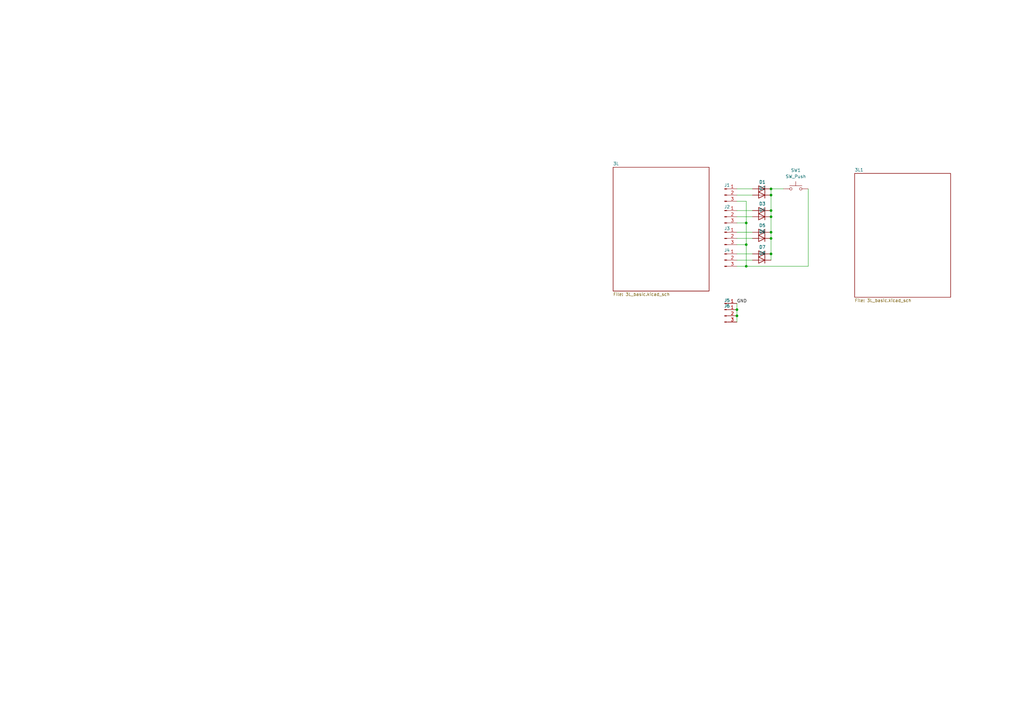
<source format=kicad_sch>
(kicad_sch (version 20250114) (generator "eeschema") (generator_version "9.0")
  (paper "A3")
  (lib_symbols
    (symbol "Connector:Conn_01x01_Pin" (pin_names (offset 1.016) (hide yes))
      (property "Reference" "J" (at 0 2.54 0))
      (property "Value" "Conn_01x01_Pin" (at 0 -2.54 0))
      (symbol "Conn_01x01_Pin_1_1"
        (rectangle (start 0.8636 0.127) (end 0 -0.127) (stroke (width 0.1524)) (fill (type outline)))
        (polyline (pts (xy 1.27 0) (xy 0.8636 0)) (stroke (width 0.1524)))
        (pin passive line (at 5.08 0 180) (length 3.81) (name "Pin_1") (number "1"))
      )
    )
    (symbol "Connector:Conn_01x03_Pin" (pin_names (offset 1.016) (hide yes))
      (property "Reference" "J" (at 0 5.08 0))
      (property "Value" "Conn_01x03_Pin" (at 0 -5.08 0))
      (symbol "Conn_01x03_Pin_1_1"
        (rectangle (start 0.8636 2.667) (end 0 2.413) (stroke (width 0.1524)) (fill (type outline)))
        (rectangle (start 0.8636 0.127) (end 0 -0.127) (stroke (width 0.1524)) (fill (type outline)))
        (rectangle (start 0.8636 -2.413) (end 0 -2.667) (stroke (width 0.1524)) (fill (type outline)))
        (polyline (pts (xy 1.27 2.54) (xy 0.8636 2.54)) (stroke (width 0.1524)))
        (polyline (pts (xy 1.27 0) (xy 0.8636 0)) (stroke (width 0.1524)))
        (polyline (pts (xy 1.27 -2.54) (xy 0.8636 -2.54)) (stroke (width 0.1524)))
        (pin passive line (at 5.08 2.54 180) (length 3.81) (name "Pin_1") (number "1"))
        (pin passive line (at 5.08 0 180) (length 3.81) (name "Pin_2") (number "2"))
        (pin passive line (at 5.08 -2.54 180) (length 3.81) (name "Pin_3") (number "3"))
      )
    )
    (symbol "Diode:1N914" (pin_numbers (hide yes)) (pin_names (hide yes))
      (property "Reference" "D" (at 0 2.54 0))
      (property "Value" "1N914" (at 0 -2.54 0))
      (symbol "1N914_0_1"
        (polyline (pts (xy -1.27 1.27) (xy -1.27 -1.27)) (stroke (width 0.254)))
        (polyline (pts (xy 1.27 1.27) (xy 1.27 -1.27) (xy -1.27 0) (xy 1.27 1.27)) (stroke (width 0.254)))
        (polyline (pts (xy 1.27 0) (xy -1.27 0)))
      )
      (symbol "1N914_1_1"
        (pin passive line (at -3.81 0 0) (length 2.54) (name "K") (number "1"))
        (pin passive line (at 3.81 0 180) (length 2.54) (name "A") (number "2"))
      )
    )
    (symbol "Switch:SW_Push" (pin_numbers (hide yes)) (pin_names (offset 1.016) (hide yes))
      (property "Reference" "SW" (at 1.27 2.54 0))
      (property "Value" "SW_Push" (at 0 -1.524 0))
      (symbol "SW_Push_0_1"
        (circle (center -2.032 0) (radius 0.508))
        (polyline (pts (xy 0 1.27) (xy 0 3.048)))
        (circle (center 2.032 0) (radius 0.508))
        (polyline (pts (xy 2.54 1.27) (xy -2.54 1.27)))
        (pin passive line (at -5.08 0 0) (length 2.54) (name "1") (number "1"))
        (pin passive line (at 5.08 0 180) (length 2.54) (name "2") (number "2"))
      )
    )
  )
  (junction (at 316.23 80.01))
  (junction (at 306.07 109.22))
  (junction (at 316.23 95.25))
  (junction (at 316.23 104.14))
  (junction (at 302.26 129.54))
  (junction (at 306.07 91.44))
  (junction (at 316.23 77.47))
  (junction (at 306.07 100.33))
  (junction (at 316.23 97.79))
  (junction (at 302.26 127))
  (junction (at 316.23 86.36))
  (junction (at 316.23 88.9))
  (wire (pts (xy 316.23 104.14) (xy 316.23 106.68)))
  (wire (pts (xy 316.23 88.9) (xy 316.23 95.25)))
  (wire (pts (xy 302.26 77.47) (xy 308.61 77.47)))
  (wire (pts (xy 302.26 80.01) (xy 308.61 80.01)))
  (wire (pts (xy 302.26 129.54) (xy 302.26 132.08)))
  (wire (pts (xy 302.26 109.22) (xy 306.07 109.22)))
  (wire (pts (xy 316.23 80.01) (xy 316.23 86.36)))
  (wire (pts (xy 302.26 86.36) (xy 308.61 86.36)))
  (wire (pts (xy 316.23 97.79) (xy 316.23 104.14)))
  (wire (pts (xy 306.07 100.33) (xy 306.07 109.22)))
  (wire (pts (xy 316.23 95.25) (xy 316.23 97.79)))
  (wire (pts (xy 306.07 82.55) (xy 306.07 91.44)))
  (wire (pts (xy 316.23 86.36) (xy 316.23 88.9)))
  (wire (pts (xy 316.23 77.47) (xy 321.31 77.47)))
  (wire (pts (xy 302.26 82.55) (xy 306.07 82.55)))
  (wire (pts (xy 302.26 106.68) (xy 308.61 106.68)))
  (wire (pts (xy 302.26 100.33) (xy 306.07 100.33)))
  (wire (pts (xy 306.07 109.22) (xy 331.47 109.22)))
  (wire (pts (xy 302.26 88.9) (xy 308.61 88.9)))
  (wire (pts (xy 302.26 95.25) (xy 308.61 95.25)))
  (wire (pts (xy 316.23 77.47) (xy 316.23 80.01)))
  (wire (pts (xy 306.07 91.44) (xy 306.07 100.33)))
  (wire (pts (xy 302.26 127) (xy 302.26 129.54)))
  (wire (pts (xy 331.47 77.47) (xy 331.47 109.22)))
  (wire (pts (xy 302.26 104.14) (xy 308.61 104.14)))
  (wire (pts (xy 302.26 91.44) (xy 306.07 91.44)))
  (wire (pts (xy 302.26 97.79) (xy 308.61 97.79)))
  (wire (pts (xy 302.26 124.46) (xy 302.26 127)))
  (label "GND" (at 302.26 124.46 0))
  (symbol (lib_id "Switch:SW_Push") (at 326.39 77.47 0) (unit 1)
    (property "Reference" "SW1" (at 326.39 69.85 0))
    (property "Value" "SW_Push" (at 326.39 72.39 0))
    (property "Footprint" "Button_Switch_THT:SW_PUSH_6mm" (effects (hide yes)))
    (property "Description" "Push button switch, generic, two pins" (effects (hide yes)))
  )
  (symbol (lib_id "Connector:Conn_01x03_Pin") (at 297.18 97.79 0) (unit 1)
    (property "Reference" "J3" (at 298.196 93.726 0))
    (property "Value" "Conn_01x03_Pin" (effects (hide yes)))
    (property "Footprint" "Connector_PinHeader_2.54mm:PinHeader_1x03_P2.54mm_Vertical" (effects (hide yes)))
    (property "Description" "Generic connector, single row, 01x03, script generated" (effects (hide yes)))
  )
  (symbol (lib_id "Connector:Conn_01x01_Pin") (at 297.18 124.46 0) (unit 1)
    (property "Reference" "J5" (at 298.196 123.19 0))
    (property "Value" "Conn_01x01_Pin" (effects (hide yes)))
    (property "Footprint" "PowerComponentLibrary:Wuerth_REDCUBE-THR_WP-THRSH_74651175_THR" (effects (hide yes)))
    (property "Description" "Generic connector, single row, 01x01, script generated" (effects (hide yes)))
  )
  (symbol (lib_id "Connector:Conn_01x03_Pin") (at 297.18 88.9 0) (unit 1)
    (property "Reference" "J2" (at 298.196 84.836 0))
    (property "Value" "Connector_PinHeader_1.00mm:PinHeader_1x03_P1.00mm_Vertical" (effects (hide yes)))
    (property "Footprint" "Connector_PinHeader_2.54mm:PinHeader_1x03_P2.54mm_Vertical" (effects (hide yes)))
    (property "Description" "Generic connector, single row, 01x03, script generated" (effects (hide yes)))
  )
  (symbol (lib_id "Diode:1N914") (at 312.42 77.47 180) (unit 1)
    (property "Reference" "D1" (at 312.674 74.676 0))
    (property "Value" "1N914" (effects (hide yes)))
    (property "Footprint" "Diode_THT:D_DO-35_SOD27_P7.62mm_Horizontal" (effects (hide yes)))
    (property "Datasheet" "http://www.vishay.com/docs/85622/1n914.pdf" (effects (hide yes)))
    (property "Description" "100V 0.3A Small Signal Fast Switching Diode, DO-35" (effects (hide yes)))
    (property "Sim.Device" "D" (effects (hide yes)))
    (property "Sim.Pins" "1=K 2=A" (effects (hide yes)))
  )
  (symbol (lib_id "Connector:Conn_01x03_Pin") (at 297.18 129.54 0) (unit 1)
    (property "Reference" "J6" (at 298.196 125.476 0))
    (property "Value" "Conn_01x03_Pin" (effects (hide yes)))
    (property "Footprint" "Connector_PinHeader_2.54mm:PinHeader_1x03_P2.54mm_Vertical" (effects (hide yes)))
    (property "Description" "Generic connector, single row, 01x03, script generated" (effects (hide yes)))
  )
  (symbol (lib_id "Connector:Conn_01x03_Pin") (at 297.18 106.68 0) (unit 1)
    (property "Reference" "J4" (at 298.196 102.616 0))
    (property "Value" "Conn_01x03_Pin" (effects (hide yes)))
    (property "Footprint" "Connector_PinHeader_2.54mm:PinHeader_1x03_P2.54mm_Vertical" (effects (hide yes)))
    (property "Description" "Generic connector, single row, 01x03, script generated" (effects (hide yes)))
  )
  (symbol (lib_id "Diode:1N914") (at 312.42 80.01 180) (unit 1)
    (property "Reference" "D2" (at 312.674 77.216 0))
    (property "Value" "1N914" (effects (hide yes)))
    (property "Footprint" "Diode_THT:D_DO-35_SOD27_P7.62mm_Horizontal" (effects (hide yes)))
    (property "Datasheet" "http://www.vishay.com/docs/85622/1n914.pdf" (effects (hide yes)))
    (property "Description" "100V 0.3A Small Signal Fast Switching Diode, DO-35" (effects (hide yes)))
    (property "Sim.Device" "D" (effects (hide yes)))
    (property "Sim.Pins" "1=K 2=A" (effects (hide yes)))
  )
  (symbol (lib_id "Diode:1N914") (at 312.42 97.79 180) (unit 1)
    (property "Reference" "D6" (at 312.674 94.996 0))
    (property "Value" "1N914" (effects (hide yes)))
    (property "Footprint" "Diode_THT:D_DO-35_SOD27_P7.62mm_Horizontal" (effects (hide yes)))
    (property "Datasheet" "http://www.vishay.com/docs/85622/1n914.pdf" (effects (hide yes)))
    (property "Description" "100V 0.3A Small Signal Fast Switching Diode, DO-35" (effects (hide yes)))
    (property "Sim.Device" "D" (effects (hide yes)))
    (property "Sim.Pins" "1=K 2=A" (effects (hide yes)))
  )
  (symbol (lib_id "Diode:1N914") (at 312.42 106.68 180) (unit 1)
    (property "Reference" "D8" (at 312.674 103.886 0))
    (property "Value" "1N914" (effects (hide yes)))
    (property "Footprint" "Diode_THT:D_DO-35_SOD27_P7.62mm_Horizontal" (effects (hide yes)))
    (property "Datasheet" "http://www.vishay.com/docs/85622/1n914.pdf" (effects (hide yes)))
    (property "Description" "100V 0.3A Small Signal Fast Switching Diode, DO-35" (effects (hide yes)))
    (property "Sim.Device" "D" (effects (hide yes)))
    (property "Sim.Pins" "1=K 2=A" (effects (hide yes)))
  )
  (symbol (lib_id "Diode:1N914") (at 312.42 88.9 180) (unit 1)
    (property "Reference" "D4" (at 312.674 86.106 0))
    (property "Value" "1N914" (effects (hide yes)))
    (property "Footprint" "Diode_THT:D_DO-35_SOD27_P7.62mm_Horizontal" (effects (hide yes)))
    (property "Datasheet" "http://www.vishay.com/docs/85622/1n914.pdf" (effects (hide yes)))
    (property "Description" "100V 0.3A Small Signal Fast Switching Diode, DO-35" (effects (hide yes)))
    (property "Sim.Device" "D" (effects (hide yes)))
    (property "Sim.Pins" "1=K 2=A" (effects (hide yes)))
  )
  (symbol (lib_id "Diode:1N914") (at 312.42 95.25 180) (unit 1)
    (property "Reference" "D5" (at 312.674 92.456 0))
    (property "Value" "1N914" (effects (hide yes)))
    (property "Footprint" "Diode_THT:D_DO-35_SOD27_P7.62mm_Horizontal" (effects (hide yes)))
    (property "Datasheet" "http://www.vishay.com/docs/85622/1n914.pdf" (effects (hide yes)))
    (property "Description" "100V 0.3A Small Signal Fast Switching Diode, DO-35" (effects (hide yes)))
    (property "Sim.Device" "D" (effects (hide yes)))
    (property "Sim.Pins" "1=K 2=A" (effects (hide yes)))
  )
  (symbol (lib_id "Diode:1N914") (at 312.42 104.14 180) (unit 1)
    (property "Reference" "D7" (at 312.674 101.346 0))
    (property "Value" "1N914" (effects (hide yes)))
    (property "Footprint" "Diode_THT:D_DO-35_SOD27_P7.62mm_Horizontal" (effects (hide yes)))
    (property "Datasheet" "http://www.vishay.com/docs/85622/1n914.pdf" (effects (hide yes)))
    (property "Description" "100V 0.3A Small Signal Fast Switching Diode, DO-35" (effects (hide yes)))
    (property "Sim.Device" "D" (effects (hide yes)))
    (property "Sim.Pins" "1=K 2=A" (effects (hide yes)))
  )
  (symbol (lib_id "Connector:Conn_01x03_Pin") (at 297.18 80.01 0) (unit 1)
    (property "Reference" "J1" (at 298.196 75.946 0))
    (property "Value" "Conn_01x03_Pin" (effects (hide yes)))
    (property "Footprint" "Connector_PinHeader_2.54mm:PinHeader_1x03_P2.54mm_Vertical" (effects (hide yes)))
    (property "Description" "Generic connector, single row, 01x03, script generated" (effects (hide yes)))
  )
  (symbol (lib_id "Diode:1N914") (at 312.42 86.36 180) (unit 1)
    (property "Reference" "D3" (at 312.674 83.566 0))
    (property "Value" "1N914" (effects (hide yes)))
    (property "Footprint" "Diode_THT:D_DO-35_SOD27_P7.62mm_Horizontal" (effects (hide yes)))
    (property "Datasheet" "http://www.vishay.com/docs/85622/1n914.pdf" (effects (hide yes)))
    (property "Description" "100V 0.3A Small Signal Fast Switching Diode, DO-35" (effects (hide yes)))
    (property "Sim.Device" "D" (effects (hide yes)))
    (property "Sim.Pins" "1=K 2=A" (effects (hide yes)))
  )
  (sheet (at 251.46 68.58) (size 39.37 50.8) (stroke (width 0.1524))
    (property "Sheetname" "3L" (at 251.46 67.8684 0) (effects (justify left bottom)))
    (property "Sheetfile" "3L_basic.kicad_sch" (at 251.46 119.9646 0) (effects (justify left top)))
  )
  (sheet (at 350.52 71.12) (size 39.37 50.8) (stroke (width 0.1524))
    (property "Sheetname" "3L1" (at 350.52 70.4084 0) (effects (justify left bottom)))
    (property "Sheetfile" "3L_basic.kicad_sch" (at 350.52 122.5046 0) (effects (justify left top)))
  )
)
</source>
